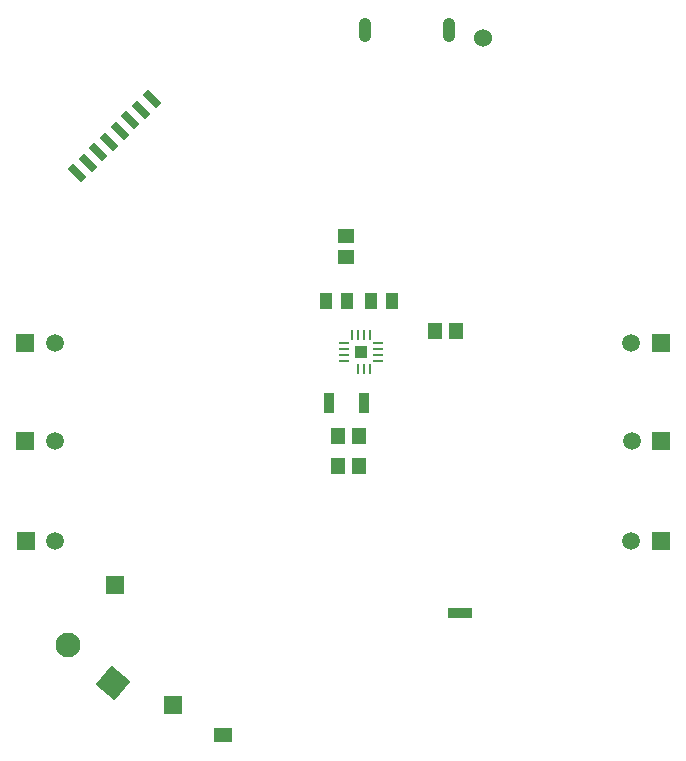
<source format=gbr>
%TF.GenerationSoftware,Altium Limited,Altium Designer,20.0.13 (296)*%
G04 Layer_Color=255*
%FSLAX45Y45*%
%MOMM*%
%TF.FileFunction,Pads,Bot*%
%TF.Part,Single*%
G01*
G75*
%TA.AperFunction,SMDPad,CuDef*%
%ADD10R,2.00000X0.90000*%
%ADD32R,1.47000X1.16000*%
%ADD33R,1.16000X1.47000*%
%TA.AperFunction,ViaPad*%
%ADD44C,1.52400*%
%TA.AperFunction,ComponentPad*%
G04:AMPARAMS|DCode=45|XSize=1.6mm|YSize=0.6mm|CornerRadius=0mm|HoleSize=0mm|Usage=FLASHONLY|Rotation=135.000|XOffset=0mm|YOffset=0mm|HoleType=Round|Shape=Rectangle|*
%AMROTATEDRECTD45*
4,1,4,0.77782,-0.35356,0.35356,-0.77782,-0.77782,0.35356,-0.35356,0.77782,0.77782,-0.35356,0.0*
%
%ADD45ROTATEDRECTD45*%

%ADD46R,1.50800X1.50800*%
%ADD47C,1.50800*%
%ADD48R,1.50000X1.50000*%
%ADD49O,1.05000X2.10000*%
%TA.AperFunction,SMDPad,CuDef*%
%ADD50R,0.97000X1.73000*%
%TA.AperFunction,ComponentPad*%
%ADD51R,1.50000X1.50000*%
%ADD52R,1.50000X1.25000*%
%ADD53C,2.10000*%
%ADD54P,2.96985X4X185.0*%
%TA.AperFunction,SMDPad,CuDef*%
G04:AMPARAMS|DCode=59|XSize=0.86mm|YSize=0.15mm|CornerRadius=0.0375mm|HoleSize=0mm|Usage=FLASHONLY|Rotation=180.000|XOffset=0mm|YOffset=0mm|HoleType=Round|Shape=RoundedRectangle|*
%AMROUNDEDRECTD59*
21,1,0.86000,0.07500,0,0,180.0*
21,1,0.78500,0.15000,0,0,180.0*
1,1,0.07500,-0.39250,0.03750*
1,1,0.07500,0.39250,0.03750*
1,1,0.07500,0.39250,-0.03750*
1,1,0.07500,-0.39250,-0.03750*
%
%ADD59ROUNDEDRECTD59*%
G04:AMPARAMS|DCode=60|XSize=0.86mm|YSize=0.15mm|CornerRadius=0.0375mm|HoleSize=0mm|Usage=FLASHONLY|Rotation=270.000|XOffset=0mm|YOffset=0mm|HoleType=Round|Shape=RoundedRectangle|*
%AMROUNDEDRECTD60*
21,1,0.86000,0.07500,0,0,270.0*
21,1,0.78500,0.15000,0,0,270.0*
1,1,0.07500,-0.03750,-0.39250*
1,1,0.07500,-0.03750,0.39250*
1,1,0.07500,0.03750,0.39250*
1,1,0.07500,0.03750,-0.39250*
%
%ADD60ROUNDEDRECTD60*%
%ADD61R,1.10000X1.10000*%
%ADD62R,1.14000X1.47000*%
D10*
X11382405Y6781540D02*
D03*
D32*
X10414000Y9968600D02*
D03*
Y9792600D02*
D03*
D33*
X11347820Y9169400D02*
D03*
X11171820D02*
D03*
X10527400Y8026400D02*
D03*
X10351400D02*
D03*
X10527400Y8280400D02*
D03*
X10351400D02*
D03*
D44*
X11574780Y11650980D02*
D03*
D45*
X8320138Y10679798D02*
D03*
X8409940Y10769600D02*
D03*
X8499742Y10859403D02*
D03*
X8589545Y10949205D02*
D03*
X8679348Y11039008D02*
D03*
X8769150Y11128810D02*
D03*
X8230321Y10589981D02*
D03*
X8142328Y10501988D02*
D03*
D46*
X13081000Y9067800D02*
D03*
X13084081Y8238060D02*
D03*
X13081000Y7391400D02*
D03*
X7700740Y9067800D02*
D03*
X7700200Y8232140D02*
D03*
X7705280Y7386320D02*
D03*
D47*
X12831000Y9067800D02*
D03*
X12834081Y8238060D02*
D03*
X12831000Y7391400D02*
D03*
X7950740Y9067800D02*
D03*
X7950200Y8232140D02*
D03*
X7955280Y7386320D02*
D03*
D48*
X8458200Y7015480D02*
D03*
D49*
X10572760Y11715000D02*
D03*
X11287760D02*
D03*
D50*
X10270401Y8559800D02*
D03*
X10566400D02*
D03*
D51*
X8953500Y5999480D02*
D03*
D52*
X9374480Y5742280D02*
D03*
D53*
X8063489Y6510696D02*
D03*
D54*
X8446511Y6189304D02*
D03*
D59*
X10684500Y8916600D02*
D03*
Y8966600D02*
D03*
Y9016600D02*
D03*
Y9066600D02*
D03*
X10397500D02*
D03*
Y9016600D02*
D03*
Y8966600D02*
D03*
Y8916600D02*
D03*
D60*
X10616000Y9135100D02*
D03*
X10566000D02*
D03*
X10516000D02*
D03*
X10466000D02*
D03*
X10516000Y8848100D02*
D03*
X10566000D02*
D03*
X10616000D02*
D03*
D61*
X10541000Y8991600D02*
D03*
D62*
X10248800Y9423400D02*
D03*
X10426800Y9423400D02*
D03*
X10807800D02*
D03*
X10629800Y9423400D02*
D03*
%TF.MD5,51cfce4cc61aa60be58ee1a5dfd3dca0*%
M02*

</source>
